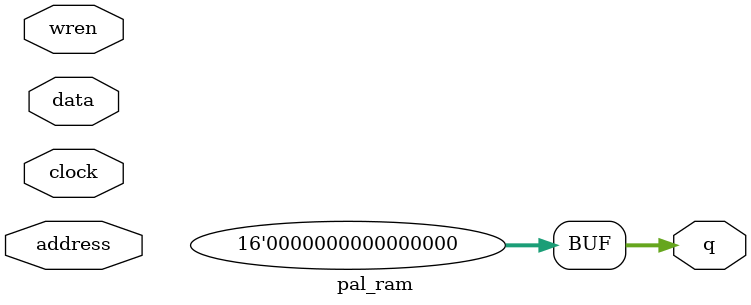
<source format=v>
module pal_ram(	// file.cleaned.mlir:2:3
  input  [12:0] address,	// file.cleaned.mlir:2:25
  input         clock,	// file.cleaned.mlir:2:44
  input  [15:0] data,	// file.cleaned.mlir:2:60
  input         wren,	// file.cleaned.mlir:2:76
  output [15:0] q	// file.cleaned.mlir:2:92
);

  assign q = 16'h0;	// file.cleaned.mlir:3:15, :4:5
endmodule


</source>
